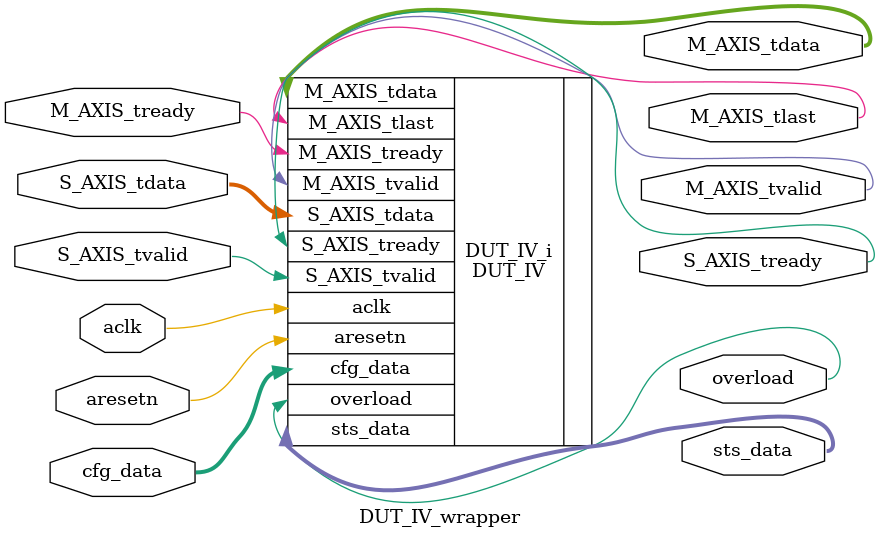
<source format=v>
`timescale 1 ps / 1 ps

module DUT_IV_wrapper
   (M_AXIS_tdata,
    M_AXIS_tlast,
    M_AXIS_tready,
    M_AXIS_tvalid,
    S_AXIS_tdata,
    S_AXIS_tready,
    S_AXIS_tvalid,
    aclk,
    aresetn,
    cfg_data,
    overload,
    sts_data);
  output [15:0]M_AXIS_tdata;
  output M_AXIS_tlast;
  input M_AXIS_tready;
  output M_AXIS_tvalid;
  input [15:0]S_AXIS_tdata;
  output S_AXIS_tready;
  input S_AXIS_tvalid;
  input aclk;
  input aresetn;
  input [159:0]cfg_data;
  output overload;
  output [31:0]sts_data;

  wire [15:0]M_AXIS_tdata;
  wire M_AXIS_tlast;
  wire M_AXIS_tready;
  wire M_AXIS_tvalid;
  wire [15:0]S_AXIS_tdata;
  wire S_AXIS_tready;
  wire S_AXIS_tvalid;
  wire aclk;
  wire aresetn;
  wire [159:0]cfg_data;
  wire overload;
  wire [31:0]sts_data;

  DUT_IV DUT_IV_i
       (.M_AXIS_tdata(M_AXIS_tdata),
        .M_AXIS_tlast(M_AXIS_tlast),
        .M_AXIS_tready(M_AXIS_tready),
        .M_AXIS_tvalid(M_AXIS_tvalid),
        .S_AXIS_tdata(S_AXIS_tdata),
        .S_AXIS_tready(S_AXIS_tready),
        .S_AXIS_tvalid(S_AXIS_tvalid),
        .aclk(aclk),
        .aresetn(aresetn),
        .cfg_data(cfg_data),
        .overload(overload),
        .sts_data(sts_data));
endmodule

</source>
